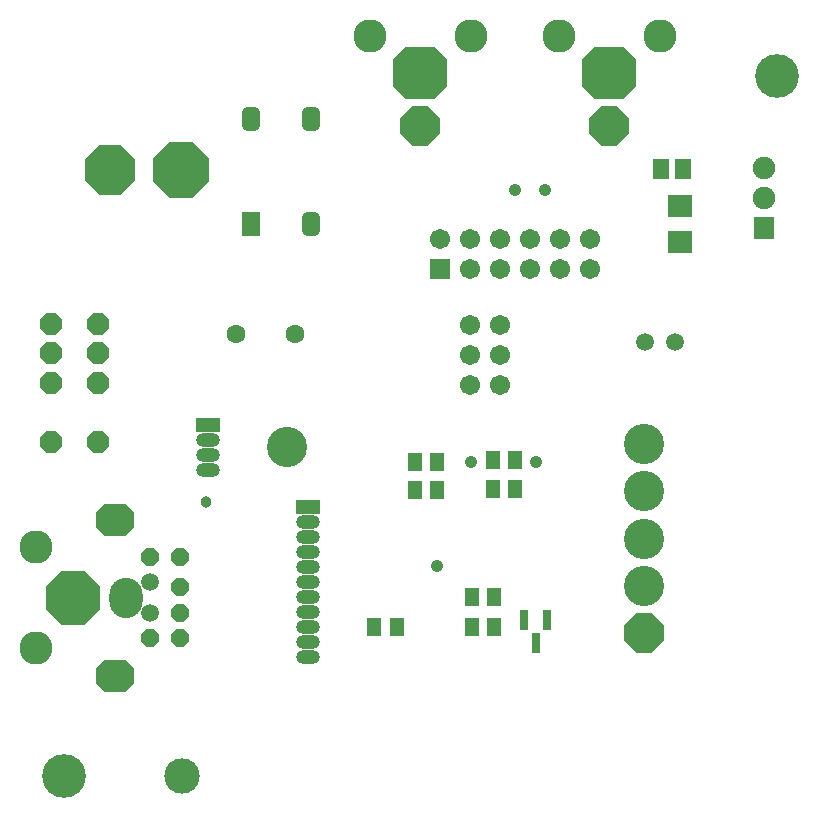
<source format=gts>
G04 Layer_Color=13741180*
%FSLAX24Y24*%
%MOIN*%
G70*
G01*
G75*
%ADD49R,0.0493X0.0631*%
%ADD50R,0.0316X0.0651*%
%ADD51R,0.0789X0.0749*%
G04:AMPARAMS|DCode=52|XSize=59.2mil|YSize=78.9mil|CornerRadius=16.8mil|HoleSize=0mil|Usage=FLASHONLY|Rotation=0.000|XOffset=0mil|YOffset=0mil|HoleType=Round|Shape=RoundedRectangle|*
%AMROUNDEDRECTD52*
21,1,0.0592,0.0453,0,0,0.0*
21,1,0.0256,0.0789,0,0,0.0*
1,1,0.0336,0.0128,-0.0226*
1,1,0.0336,-0.0128,-0.0226*
1,1,0.0336,-0.0128,0.0226*
1,1,0.0336,0.0128,0.0226*
%
%ADD52ROUNDEDRECTD52*%
%ADD53R,0.0592X0.0789*%
%ADD54R,0.0533X0.0651*%
%ADD55P,0.1408X8X112.5*%
%ADD56C,0.1340*%
%ADD57C,0.0671*%
%ADD58P,0.1408X8X202.5*%
G04:AMPARAMS|DCode=59|XSize=173.4mil|YSize=181.2mil|CornerRadius=0mil|HoleSize=0mil|Usage=FLASHONLY|Rotation=90.000|XOffset=0mil|YOffset=0mil|HoleType=Round|Shape=Octagon|*
%AMOCTAGOND59*
4,1,8,-0.0906,-0.0433,-0.0906,0.0433,-0.0473,0.0867,0.0473,0.0867,0.0906,0.0433,0.0906,-0.0433,0.0473,-0.0867,-0.0473,-0.0867,-0.0906,-0.0433,0.0*
%
%ADD59OCTAGOND59*%

%ADD60C,0.1104*%
%ADD61O,0.1104X0.1340*%
%ADD62P,0.1962X8X202.5*%
%ADD63C,0.1458*%
%ADD64C,0.1182*%
%ADD65C,0.0749*%
%ADD66R,0.0710X0.0749*%
%ADD67C,0.0592*%
G04:AMPARAMS|DCode=68|XSize=106.4mil|YSize=126.1mil|CornerRadius=0mil|HoleSize=0mil|Usage=FLASHONLY|Rotation=270.000|XOffset=0mil|YOffset=0mil|HoleType=Round|Shape=Octagon|*
%AMOCTAGOND68*
4,1,8,0.0631,0.0266,0.0631,-0.0266,0.0364,-0.0532,-0.0364,-0.0532,-0.0631,-0.0266,-0.0631,0.0266,-0.0364,0.0532,0.0364,0.0532,0.0631,0.0266,0.0*
%
%ADD68OCTAGOND68*%

%ADD69P,0.0641X8X112.5*%
%ADD70C,0.0631*%
%ADD71R,0.0789X0.0474*%
%ADD72O,0.0789X0.0474*%
%ADD73P,0.2004X8X22.5*%
%ADD74P,0.1791X8X22.5*%
%ADD75R,0.0671X0.0671*%
%ADD76P,0.0768X8X292.5*%
%ADD77C,0.0420*%
%ADD78C,0.0380*%
D49*
X12674Y-20350D02*
D03*
X11926D02*
D03*
X14024Y-15789D02*
D03*
X13276D02*
D03*
X16624Y-15750D02*
D03*
X15876D02*
D03*
X15176Y-20350D02*
D03*
X15924D02*
D03*
X15176Y-19340D02*
D03*
X15924D02*
D03*
X14024Y-14839D02*
D03*
X13276D02*
D03*
X16624Y-14800D02*
D03*
X15876D02*
D03*
D50*
X17300Y-20884D02*
D03*
X16926Y-20116D02*
D03*
X17674D02*
D03*
D51*
X22126Y-6329D02*
D03*
Y-7530D02*
D03*
D52*
X9823Y-6909D02*
D03*
Y-3406D02*
D03*
X7815D02*
D03*
D53*
Y-6909D02*
D03*
D54*
X21496Y-5079D02*
D03*
X22205D02*
D03*
D55*
X20906Y-20551D02*
D03*
D56*
Y-18976D02*
D03*
Y-17402D02*
D03*
Y-15827D02*
D03*
Y-14252D02*
D03*
X9000Y-14350D02*
D03*
D57*
X16100Y-11300D02*
D03*
Y-10300D02*
D03*
Y-12300D02*
D03*
X15099Y-11300D02*
D03*
X15099Y-12300D02*
D03*
X15099Y-10300D02*
D03*
X19114Y-7402D02*
D03*
Y-8402D02*
D03*
X18114Y-7402D02*
D03*
Y-8402D02*
D03*
X17114Y-7402D02*
D03*
Y-8402D02*
D03*
X16114Y-7402D02*
D03*
Y-8402D02*
D03*
X15114Y-7402D02*
D03*
Y-8402D02*
D03*
X14114Y-7402D02*
D03*
D58*
X19764Y-3661D02*
D03*
X13465D02*
D03*
D59*
X19764Y-1890D02*
D03*
X13465D02*
D03*
D60*
X21437Y-650D02*
D03*
X18091D02*
D03*
X15138D02*
D03*
X11791D02*
D03*
X650Y-17697D02*
D03*
Y-21043D02*
D03*
D61*
X3661Y-19370D02*
D03*
D62*
X1890D02*
D03*
D63*
X25335Y-1969D02*
D03*
X1575Y-25307D02*
D03*
D64*
X5512D02*
D03*
D65*
X24921Y-5063D02*
D03*
Y-6063D02*
D03*
D66*
Y-7063D02*
D03*
D67*
X4449Y-19882D02*
D03*
Y-18858D02*
D03*
X20961Y-10850D02*
D03*
X21946D02*
D03*
D68*
X3268Y-16772D02*
D03*
Y-21969D02*
D03*
D69*
X5433Y-19882D02*
D03*
Y-20709D02*
D03*
Y-18032D02*
D03*
Y-19016D02*
D03*
X4449Y-18032D02*
D03*
Y-20709D02*
D03*
D70*
X9284Y-10591D02*
D03*
X7316D02*
D03*
D71*
X9700Y-16350D02*
D03*
X6378Y-13622D02*
D03*
D72*
X9700Y-16850D02*
D03*
Y-17350D02*
D03*
Y-17850D02*
D03*
Y-18350D02*
D03*
Y-18850D02*
D03*
Y-19350D02*
D03*
Y-19850D02*
D03*
Y-20350D02*
D03*
Y-20850D02*
D03*
Y-21350D02*
D03*
X6378Y-14122D02*
D03*
Y-14622D02*
D03*
Y-15122D02*
D03*
D73*
X5472Y-5118D02*
D03*
D74*
X3110D02*
D03*
D75*
X14114Y-8402D02*
D03*
D76*
X1142Y-10236D02*
D03*
Y-11220D02*
D03*
Y-12205D02*
D03*
Y-14173D02*
D03*
X2717Y-10236D02*
D03*
Y-11220D02*
D03*
Y-12205D02*
D03*
Y-14173D02*
D03*
D77*
X16600Y-5800D02*
D03*
X17600D02*
D03*
X17300Y-14848D02*
D03*
X15150Y-14850D02*
D03*
X14000Y-18307D02*
D03*
D78*
X6300Y-16200D02*
D03*
M02*

</source>
